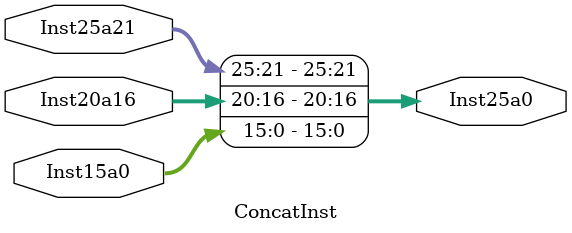
<source format=v>
module ConcatInst (input wire[15:0] Inst15a0, input wire[20:16] Inst20a16, input wire[25:21] Inst25a21, output reg[25:0] Inst25a0);

always @ (*) Inst25a0 <= {Inst25a21,Inst20a16,Inst15a0};

endmodule
</source>
